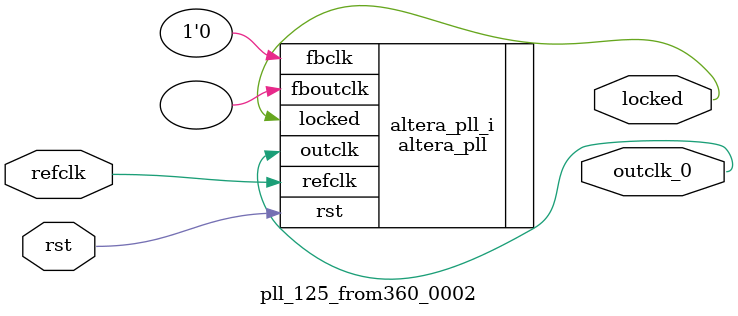
<source format=v>
`timescale 1ns/10ps
module  pll_125_from360_0002(

	// interface 'refclk'
	input wire refclk,

	// interface 'reset'
	input wire rst,

	// interface 'outclk0'
	output wire outclk_0,

	// interface 'locked'
	output wire locked
);

	altera_pll #(
		.fractional_vco_multiplier("false"),
		.reference_clock_frequency("360.0 MHz"),
		.operation_mode("direct"),
		.number_of_clocks(1),
		.output_clock_frequency0("125.000000 MHz"),
		.phase_shift0("0 ps"),
		.duty_cycle0(50),
		.output_clock_frequency1("0 MHz"),
		.phase_shift1("0 ps"),
		.duty_cycle1(50),
		.output_clock_frequency2("0 MHz"),
		.phase_shift2("0 ps"),
		.duty_cycle2(50),
		.output_clock_frequency3("0 MHz"),
		.phase_shift3("0 ps"),
		.duty_cycle3(50),
		.output_clock_frequency4("0 MHz"),
		.phase_shift4("0 ps"),
		.duty_cycle4(50),
		.output_clock_frequency5("0 MHz"),
		.phase_shift5("0 ps"),
		.duty_cycle5(50),
		.output_clock_frequency6("0 MHz"),
		.phase_shift6("0 ps"),
		.duty_cycle6(50),
		.output_clock_frequency7("0 MHz"),
		.phase_shift7("0 ps"),
		.duty_cycle7(50),
		.output_clock_frequency8("0 MHz"),
		.phase_shift8("0 ps"),
		.duty_cycle8(50),
		.output_clock_frequency9("0 MHz"),
		.phase_shift9("0 ps"),
		.duty_cycle9(50),
		.output_clock_frequency10("0 MHz"),
		.phase_shift10("0 ps"),
		.duty_cycle10(50),
		.output_clock_frequency11("0 MHz"),
		.phase_shift11("0 ps"),
		.duty_cycle11(50),
		.output_clock_frequency12("0 MHz"),
		.phase_shift12("0 ps"),
		.duty_cycle12(50),
		.output_clock_frequency13("0 MHz"),
		.phase_shift13("0 ps"),
		.duty_cycle13(50),
		.output_clock_frequency14("0 MHz"),
		.phase_shift14("0 ps"),
		.duty_cycle14(50),
		.output_clock_frequency15("0 MHz"),
		.phase_shift15("0 ps"),
		.duty_cycle15(50),
		.output_clock_frequency16("0 MHz"),
		.phase_shift16("0 ps"),
		.duty_cycle16(50),
		.output_clock_frequency17("0 MHz"),
		.phase_shift17("0 ps"),
		.duty_cycle17(50),
		.pll_type("General"),
		.pll_subtype("General")
	) altera_pll_i (
		.rst	(rst),
		.outclk	({outclk_0}),
		.locked	(locked),
		.fboutclk	( ),
		.fbclk	(1'b0),
		.refclk	(refclk)
	);
endmodule


</source>
